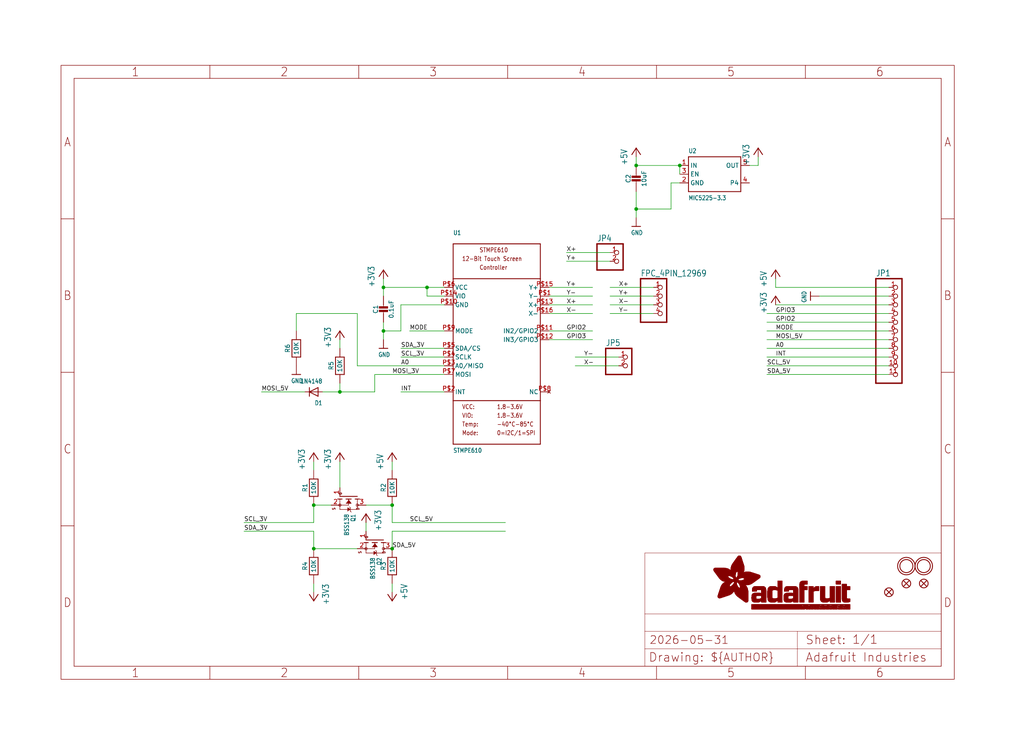
<source format=kicad_sch>
(kicad_sch (version 20230121) (generator eeschema)
  (paper "User" 298.45 217.322)
  (lib_symbols
    (symbol "working-eagle-import:+3V3" (power)
      (property "Value" "+3V3" (at -2.54 -5.08 90))
      (symbol "+3V3_1_0"
        (pin power_in line (at 0 -2.54 90) (length 2.54) (name "+3V3") (number "1"))
      )
    )
    (symbol "working-eagle-import:+5V" (power)
      (property "Value" "+5V" (at -2.54 -5.08 90))
      (symbol "+5V_1_0"
        (pin power_in line (at 0 -2.54 90) (length 2.54) (name "+5V") (number "1"))
      )
    )
    (symbol "working-eagle-import:CAP_CERAMIC0805-NOOUTLINE"
      (property "Reference" "C" (at -2.29 1.25 90))
      (symbol "CAP_CERAMIC0805-NOOUTLINE_1_0"
        (pin passive line (at 0 5.08 270) (length 2.54) (name "1") (number "1"))
        (pin passive line (at 0 -2.54 90) (length 2.54) (name "2") (number "2"))
      )
    )
    (symbol "working-eagle-import:DIODESOD-323F"
      (property "Reference" "D" (at -2.54 2.54 0))
      (symbol "DIODESOD-323F_1_0"
        (pin passive line (at -2.54 0 0) (length 2.54) (name "A") (number "A"))
        (pin passive line (at 2.54 0 180) (length 2.54) (name "C") (number "C"))
      )
    )
    (symbol "working-eagle-import:FIDUCIAL{dblquote}{dblquote}")
    (symbol "working-eagle-import:FPC_4PIN_12969"
      (symbol "FPC_4PIN_12969_1_0"
        (pin passive inverted (at -2.54 -2.54 0) (length 2.54) (name "4") (number "1"))
        (pin passive inverted (at -2.54 0 0) (length 2.54) (name "3") (number "2"))
        (pin passive inverted (at -2.54 2.54 0) (length 2.54) (name "2") (number "3"))
        (pin passive inverted (at -2.54 5.08 0) (length 2.54) (name "1") (number "4"))
      )
    )
    (symbol "working-eagle-import:FRAME_A4_ADAFRUIT"
      (symbol "FRAME_A4_ADAFRUIT_1_0"
        (text "${#}/${##}" (at 230.505 10.16 0) (effects (font (size 2.54 2.54)) (justify left bottom)))
        (text "${AUTHOR}" (at 189.23 5.08 0) (effects (font (size 2.286 2.286)) (justify left bottom)))
        (text "${CURRENT_DATE}" (at 171.45 10.16 0) (effects (font (size 2.286 2.286)) (justify left bottom)))
        (text "${PROJECTNAME}" (at 171.45 15.24 0) (effects (font (size 2.54 2.54)) (justify left bottom)))
        (text "1" (at 21.6958 1.905 0) (effects (font (size 2.54 2.286))))
        (text "1" (at 21.6958 177.165 0) (effects (font (size 2.54 2.286))))
        (text "2" (at 65.0875 1.905 0) (effects (font (size 2.54 2.286))))
        (text "2" (at 65.0875 177.165 0) (effects (font (size 2.54 2.286))))
        (text "3" (at 108.4792 1.905 0) (effects (font (size 2.54 2.286))))
        (text "3" (at 108.4792 177.165 0) (effects (font (size 2.54 2.286))))
        (text "4" (at 151.8708 1.905 0) (effects (font (size 2.54 2.286))))
        (text "4" (at 151.8708 177.165 0) (effects (font (size 2.54 2.286))))
        (text "5" (at 195.2625 1.905 0) (effects (font (size 2.54 2.286))))
        (text "5" (at 195.2625 177.165 0) (effects (font (size 2.54 2.286))))
        (text "6" (at 238.6542 1.905 0) (effects (font (size 2.54 2.286))))
        (text "6" (at 238.6542 177.165 0) (effects (font (size 2.54 2.286))))
        (text "A" (at 1.905 156.6863 0) (effects (font (size 2.54 2.286))))
        (text "A" (at 258.445 156.6863 0) (effects (font (size 2.54 2.286))))
        (text "Adafruit Industries" (at 216.916 4.953 0) (effects (font (size 2.54 2.54)) (justify left bottom)))
        (text "B" (at 1.905 111.9188 0) (effects (font (size 2.54 2.286))))
        (text "B" (at 258.445 111.9188 0) (effects (font (size 2.54 2.286))))
        (text "C" (at 1.905 67.1513 0) (effects (font (size 2.54 2.286))))
        (text "C" (at 258.445 67.1513 0) (effects (font (size 2.54 2.286))))
        (text "D" (at 1.905 22.3838 0) (effects (font (size 2.54 2.286))))
        (text "D" (at 258.445 22.3838 0) (effects (font (size 2.54 2.286))))
        (text "Drawing:" (at 171.196 4.953 0) (effects (font (size 2.54 2.54)) (justify left bottom)))
        (text "Sheet:" (at 216.916 10.033 0) (effects (font (size 2.54 2.54)) (justify left bottom)))
      )
    )
    (symbol "working-eagle-import:GND" (power)
      (property "Value" "GND" (at -1.524 -2.54 0))
      (symbol "GND_1_0"
        (pin power_in line (at 0 2.54 270) (length 2.54) (name "GND") (number "1"))
      )
    )
    (symbol "working-eagle-import:HEADER-1X11"
      (property "Reference" "JP" (at -6.35 15.875 0))
      (symbol "HEADER-1X11_1_0"
        (pin passive inverted (at -2.54 12.7 0) (length 2.54) (name "1") (number "1"))
        (pin passive inverted (at -2.54 -10.16 0) (length 2.54) (name "10") (number "10"))
        (pin passive inverted (at -2.54 -12.7 0) (length 2.54) (name "11") (number "11"))
        (pin passive inverted (at -2.54 10.16 0) (length 2.54) (name "2") (number "2"))
        (pin passive inverted (at -2.54 7.62 0) (length 2.54) (name "3") (number "3"))
        (pin passive inverted (at -2.54 5.08 0) (length 2.54) (name "4") (number "4"))
        (pin passive inverted (at -2.54 2.54 0) (length 2.54) (name "5") (number "5"))
        (pin passive inverted (at -2.54 0 0) (length 2.54) (name "6") (number "6"))
        (pin passive inverted (at -2.54 -2.54 0) (length 2.54) (name "7") (number "7"))
        (pin passive inverted (at -2.54 -5.08 0) (length 2.54) (name "8") (number "8"))
        (pin passive inverted (at -2.54 -7.62 0) (length 2.54) (name "9") (number "9"))
      )
    )
    (symbol "working-eagle-import:HEADER-1X2ROUND"
      (property "Reference" "JP" (at -6.35 5.715 0))
      (symbol "HEADER-1X2ROUND_1_0"
        (pin passive inverted (at -2.54 2.54 0) (length 2.54) (name "1") (number "1"))
        (pin passive inverted (at -2.54 0 0) (length 2.54) (name "2") (number "2"))
      )
    )
    (symbol "working-eagle-import:MOSFET-NREFLOW"
      (property "Reference" "Q" (at 5.08 0.635 0))
      (symbol "MOSFET-NREFLOW_1_0"
        (text "D" (at 3.175 3.175 0) (effects (font (size 0.8128 0.6908)) (justify left bottom)))
        (text "G" (at -1.27 -1.905 0) (effects (font (size 0.8128 0.6908)) (justify left bottom)))
        (text "S" (at 3.175 -3.81 0) (effects (font (size 0.8128 0.6908)) (justify left bottom)))
        (pin bidirectional line (at -2.54 -2.54 0) (length 2.54) (name "G") (number "1"))
        (pin bidirectional line (at 2.54 -5.08 90) (length 2.54) (name "S") (number "2"))
        (pin bidirectional line (at 2.54 5.08 270) (length 2.54) (name "D") (number "3"))
      )
    )
    (symbol "working-eagle-import:MOUNTINGHOLE2.5")
    (symbol "working-eagle-import:RESISTOR0805_NOOUTLINE"
      (property "Reference" "R" (at 0 2.54 0))
      (symbol "RESISTOR0805_NOOUTLINE_1_0"
        (pin passive line (at -5.08 0 0) (length 2.54) (name "1") (number "1"))
        (pin passive line (at 5.08 0 180) (length 2.54) (name "2") (number "2"))
      )
    )
    (symbol "working-eagle-import:STMPE610"
      (property "Reference" "U" (at -12.7 33.02 0))
      (symbol "STMPE610_1_0"
        (text "-40°C-85°C" (at 0 -22.86 0) (effects (font (size 1.27 1.0795)) (justify left bottom)))
        (text "0=I2C/1=SPI" (at 0 -25.4 0) (effects (font (size 1.27 1.0795)) (justify left bottom)))
        (text "1.8-3.6V" (at 0 -20.32 0) (effects (font (size 1.27 1.0795)) (justify left bottom)))
        (text "1.8-3.6V" (at 0 -17.78 0) (effects (font (size 1.27 1.0795)) (justify left bottom)))
        (text "12-Bit Touch Screen" (at -10.16 25.4 0) (effects (font (size 1.27 1.0795)) (justify left bottom)))
        (text "Controller" (at -5.08 22.86 0) (effects (font (size 1.27 1.0795)) (justify left bottom)))
        (text "Mode:" (at -10.16 -25.4 0) (effects (font (size 1.27 1.0795)) (justify left bottom)))
        (text "STMPE610" (at -5.08 27.94 0) (effects (font (size 1.27 1.0795)) (justify left bottom)))
        (text "Temp:" (at -10.16 -22.86 0) (effects (font (size 1.27 1.0795)) (justify left bottom)))
        (text "VCC:" (at -10.16 -17.78 0) (effects (font (size 1.27 1.0795)) (justify left bottom)))
        (text "VIO:" (at -10.16 -20.32 0) (effects (font (size 1.27 1.0795)) (justify left bottom)))
        (pin input line (at 15.24 15.24 180) (length 2.54) (name "Y-") (number "P$1"))
        (pin power_in line (at -15.24 12.7 0) (length 2.54) (name "GND") (number "P$10"))
        (pin bidirectional line (at 15.24 5.08 180) (length 2.54) (name "IN2/GPIO2") (number "P$11"))
        (pin bidirectional line (at 15.24 2.54 180) (length 2.54) (name "IN3/GPIO3") (number "P$12"))
        (pin input line (at 15.24 12.7 180) (length 2.54) (name "X+") (number "P$13"))
        (pin power_in line (at -15.24 15.24 0) (length 2.54) (name "VIO") (number "P$14"))
        (pin input line (at 15.24 17.78 180) (length 2.54) (name "Y+") (number "P$15"))
        (pin input line (at 15.24 10.16 180) (length 2.54) (name "X-") (number "P$16"))
        (pin output line (at -15.24 -12.7 0) (length 2.54) (name "INT") (number "P$2"))
        (pin bidirectional line (at -15.24 -5.08 0) (length 2.54) (name "A0/MISO") (number "P$3"))
        (pin bidirectional line (at -15.24 -2.54 0) (length 2.54) (name "SCLK") (number "P$4"))
        (pin bidirectional line (at -15.24 0 0) (length 2.54) (name "SDA/CS") (number "P$5"))
        (pin power_in line (at -15.24 17.78 0) (length 2.54) (name "VCC") (number "P$6"))
        (pin input line (at -15.24 -7.62 0) (length 2.54) (name "MOSI") (number "P$7"))
        (pin no_connect line (at 15.24 -12.7 180) (length 2.54) (name "NC") (number "P$8"))
        (pin input line (at -15.24 5.08 0) (length 2.54) (name "MODE") (number "P$9"))
      )
    )
    (symbol "working-eagle-import:VREG_SOT23-5"
      (property "Reference" "U" (at -7.62 6.096 0))
      (symbol "VREG_SOT23-5_1_0"
        (pin power_in line (at -10.16 2.54 0) (length 2.54) (name "IN") (number "1"))
        (pin power_in line (at -10.16 -2.54 0) (length 2.54) (name "GND") (number "2"))
        (pin input line (at -10.16 0 0) (length 2.54) (name "EN") (number "3"))
        (pin bidirectional line (at 10.16 -2.54 180) (length 2.54) (name "P4") (number "4"))
        (pin power_in line (at 10.16 2.54 180) (length 2.54) (name "OUT") (number "5"))
      )
    )
  )
  (junction (at 185.42 60.96))
  (junction (at 99.06 114.3))
  (junction (at 114.3 147.32))
  (junction (at 114.3 160.02))
  (junction (at 111.76 96.52))
  (junction (at 124.46 83.82))
  (junction (at 91.44 160.02))
  (junction (at 91.44 147.32))
  (junction (at 198.12 48.26))
  (junction (at 185.42 48.26))
  (junction (at 111.76 83.82))
  (wire (pts (xy 226.06 83.82) (xy 259.08 83.82)) (stroke (width 0.1524)))
  (wire (pts (xy 99.06 114.3) (xy 99.06 111.76)) (stroke (width 0.1524)))
  (wire (pts (xy 99.06 101.6) (xy 99.06 99.06)) (stroke (width 0.1524)))
  (wire (pts (xy 99.06 142.24) (xy 99.06 134.62)) (stroke (width 0.1524)))
  (wire (pts (xy 226.06 81.28) (xy 226.06 83.82)) (stroke (width 0.1524)))
  (wire (pts (xy 195.58 53.34) (xy 195.58 60.96)) (stroke (width 0.1524)))
  (wire (pts (xy 104.14 106.68) (xy 129.54 106.68)) (stroke (width 0.1524)))
  (wire (pts (xy 91.44 152.4) (xy 91.44 147.32)) (stroke (width 0.1524)))
  (wire (pts (xy 91.44 147.32) (xy 96.52 147.32)) (stroke (width 0.1524)))
  (wire (pts (xy 223.52 104.14) (xy 259.08 104.14)) (stroke (width 0.1524)))
  (wire (pts (xy 198.12 48.26) (xy 185.42 48.26)) (stroke (width 0.1524)))
  (wire (pts (xy 223.52 101.6) (xy 259.08 101.6)) (stroke (width 0.1524)))
  (wire (pts (xy 198.12 53.34) (xy 195.58 53.34)) (stroke (width 0.1524)))
  (wire (pts (xy 165.1 73.66) (xy 177.8 73.66)) (stroke (width 0.1524)))
  (wire (pts (xy 223.52 99.06) (xy 259.08 99.06)) (stroke (width 0.1524)))
  (wire (pts (xy 160.02 99.06) (xy 172.72 99.06)) (stroke (width 0.1524)))
  (wire (pts (xy 195.58 60.96) (xy 185.42 60.96)) (stroke (width 0.1524)))
  (wire (pts (xy 114.3 152.4) (xy 147.32 152.4)) (stroke (width 0.1524)))
  (wire (pts (xy 111.76 81.28) (xy 111.76 83.82)) (stroke (width 0.1524)))
  (wire (pts (xy 223.52 106.68) (xy 259.08 106.68)) (stroke (width 0.1524)))
  (wire (pts (xy 160.02 96.52) (xy 172.72 96.52)) (stroke (width 0.1524)))
  (wire (pts (xy 129.54 86.36) (xy 124.46 86.36)) (stroke (width 0.1524)))
  (wire (pts (xy 91.44 134.62) (xy 91.44 137.16)) (stroke (width 0.1524)))
  (wire (pts (xy 223.52 96.52) (xy 259.08 96.52)) (stroke (width 0.1524)))
  (wire (pts (xy 109.22 109.22) (xy 109.22 114.3)) (stroke (width 0.1524)))
  (wire (pts (xy 116.84 96.52) (xy 111.76 96.52)) (stroke (width 0.1524)))
  (wire (pts (xy 160.02 88.9) (xy 172.72 88.9)) (stroke (width 0.1524)))
  (wire (pts (xy 160.02 91.44) (xy 172.72 91.44)) (stroke (width 0.1524)))
  (wire (pts (xy 185.42 45.72) (xy 185.42 48.26)) (stroke (width 0.1524)))
  (wire (pts (xy 129.54 109.22) (xy 109.22 109.22)) (stroke (width 0.1524)))
  (wire (pts (xy 116.84 88.9) (xy 116.84 96.52)) (stroke (width 0.1524)))
  (wire (pts (xy 111.76 96.52) (xy 111.76 99.06)) (stroke (width 0.1524)))
  (wire (pts (xy 190.5 86.36) (xy 177.8 86.36)) (stroke (width 0.1524)))
  (wire (pts (xy 185.42 60.96) (xy 185.42 63.5)) (stroke (width 0.1524)))
  (wire (pts (xy 185.42 60.96) (xy 185.42 55.88)) (stroke (width 0.1524)))
  (wire (pts (xy 190.5 83.82) (xy 177.8 83.82)) (stroke (width 0.1524)))
  (wire (pts (xy 129.54 104.14) (xy 116.84 104.14)) (stroke (width 0.1524)))
  (wire (pts (xy 91.44 152.4) (xy 71.12 152.4)) (stroke (width 0.1524)))
  (wire (pts (xy 223.52 91.44) (xy 259.08 91.44)) (stroke (width 0.1524)))
  (wire (pts (xy 104.14 91.44) (xy 104.14 106.68)) (stroke (width 0.1524)))
  (wire (pts (xy 86.36 91.44) (xy 104.14 91.44)) (stroke (width 0.1524)))
  (wire (pts (xy 147.32 154.94) (xy 114.3 154.94)) (stroke (width 0.1524)))
  (wire (pts (xy 111.76 93.98) (xy 111.76 96.52)) (stroke (width 0.1524)))
  (wire (pts (xy 160.02 86.36) (xy 172.72 86.36)) (stroke (width 0.1524)))
  (wire (pts (xy 129.54 88.9) (xy 116.84 88.9)) (stroke (width 0.1524)))
  (wire (pts (xy 220.98 48.26) (xy 220.98 45.72)) (stroke (width 0.1524)))
  (wire (pts (xy 124.46 86.36) (xy 124.46 83.82)) (stroke (width 0.1524)))
  (wire (pts (xy 88.9 114.3) (xy 76.2 114.3)) (stroke (width 0.1524)))
  (wire (pts (xy 160.02 83.82) (xy 172.72 83.82)) (stroke (width 0.1524)))
  (wire (pts (xy 129.54 114.3) (xy 116.84 114.3)) (stroke (width 0.1524)))
  (wire (pts (xy 198.12 50.8) (xy 198.12 48.26)) (stroke (width 0.1524)))
  (wire (pts (xy 91.44 172.72) (xy 91.44 170.18)) (stroke (width 0.1524)))
  (wire (pts (xy 114.3 160.02) (xy 114.3 154.94)) (stroke (width 0.1524)))
  (wire (pts (xy 129.54 101.6) (xy 116.84 101.6)) (stroke (width 0.1524)))
  (wire (pts (xy 106.68 152.4) (xy 106.68 154.94)) (stroke (width 0.1524)))
  (wire (pts (xy 71.12 154.94) (xy 91.44 154.94)) (stroke (width 0.1524)))
  (wire (pts (xy 124.46 83.82) (xy 111.76 83.82)) (stroke (width 0.1524)))
  (wire (pts (xy 129.54 83.82) (xy 124.46 83.82)) (stroke (width 0.1524)))
  (wire (pts (xy 114.3 134.62) (xy 114.3 137.16)) (stroke (width 0.1524)))
  (wire (pts (xy 226.06 88.9) (xy 259.08 88.9)) (stroke (width 0.1524)))
  (wire (pts (xy 167.64 106.68) (xy 180.34 106.68)) (stroke (width 0.1524)))
  (wire (pts (xy 109.22 114.3) (xy 99.06 114.3)) (stroke (width 0.1524)))
  (wire (pts (xy 86.36 96.52) (xy 86.36 91.44)) (stroke (width 0.1524)))
  (wire (pts (xy 114.3 172.72) (xy 114.3 170.18)) (stroke (width 0.1524)))
  (wire (pts (xy 91.44 160.02) (xy 91.44 154.94)) (stroke (width 0.1524)))
  (wire (pts (xy 93.98 114.3) (xy 99.06 114.3)) (stroke (width 0.1524)))
  (wire (pts (xy 114.3 147.32) (xy 114.3 152.4)) (stroke (width 0.1524)))
  (wire (pts (xy 106.68 147.32) (xy 114.3 147.32)) (stroke (width 0.1524)))
  (wire (pts (xy 218.44 48.26) (xy 220.98 48.26)) (stroke (width 0.1524)))
  (wire (pts (xy 177.8 88.9) (xy 190.5 88.9)) (stroke (width 0.1524)))
  (wire (pts (xy 167.64 104.14) (xy 180.34 104.14)) (stroke (width 0.1524)))
  (wire (pts (xy 111.76 83.82) (xy 111.76 86.36)) (stroke (width 0.1524)))
  (wire (pts (xy 190.5 91.44) (xy 177.8 91.44)) (stroke (width 0.1524)))
  (wire (pts (xy 165.1 76.2) (xy 177.8 76.2)) (stroke (width 0.1524)))
  (wire (pts (xy 223.52 93.98) (xy 259.08 93.98)) (stroke (width 0.1524)))
  (wire (pts (xy 104.14 160.02) (xy 91.44 160.02)) (stroke (width 0.1524)))
  (wire (pts (xy 223.52 109.22) (xy 259.08 109.22)) (stroke (width 0.1524)))
  (wire (pts (xy 129.54 96.52) (xy 119.38 96.52)) (stroke (width 0.1524)))
  (wire (pts (xy 238.76 86.36) (xy 259.08 86.36)) (stroke (width 0.1524)))
  (label "MOSI_3V" (at 114.3 109.22 0) (effects (font (size 1.2446 1.2446))))
  (label "SCL_3V" (at 116.84 104.14 0) (effects (font (size 1.2446 1.2446))))
  (label "SDA_3V" (at 71.12 154.94 0) (effects (font (size 1.2446 1.2446))))
  (label "SDA_5V" (at 114.3 160.02 0) (effects (font (size 1.2446 1.2446))))
  (label "X+" (at 180.34 83.82 0) (effects (font (size 1.2446 1.2446))))
  (label "Y+" (at 165.1 76.2 0) (effects (font (size 1.2446 1.2446))))
  (label "SDA_5V" (at 223.52 109.22 0) (effects (font (size 1.2446 1.2446))))
  (label "Y+" (at 180.34 86.36 0) (effects (font (size 1.2446 1.2446))))
  (label "MODE" (at 226.06 96.52 0) (effects (font (size 1.2446 1.2446))))
  (label "Y-" (at 170.18 104.14 0) (effects (font (size 1.2446 1.2446))))
  (label "GPIO3" (at 165.1 99.06 0) (effects (font (size 1.2446 1.2446))))
  (label "X-" (at 170.18 106.68 0) (effects (font (size 1.2446 1.2446))))
  (label "Y-" (at 165.1 86.36 0) (effects (font (size 1.2446 1.2446))))
  (label "X-" (at 165.1 91.44 0) (effects (font (size 1.2446 1.2446))))
  (label "MOSI_5V" (at 226.06 99.06 0) (effects (font (size 1.2446 1.2446))))
  (label "X+" (at 165.1 73.66 0) (effects (font (size 1.2446 1.2446))))
  (label "SCL_5V" (at 119.38 152.4 0) (effects (font (size 1.2446 1.2446))))
  (label "GPIO2" (at 226.06 93.98 0) (effects (font (size 1.2446 1.2446))))
  (label "Y-" (at 180.34 91.44 0) (effects (font (size 1.2446 1.2446))))
  (label "SDA_3V" (at 116.84 101.6 0) (effects (font (size 1.2446 1.2446))))
  (label "X+" (at 165.1 88.9 0) (effects (font (size 1.2446 1.2446))))
  (label "SCL_3V" (at 71.12 152.4 0) (effects (font (size 1.2446 1.2446))))
  (label "A0" (at 116.84 106.68 0) (effects (font (size 1.2446 1.2446))))
  (label "A0" (at 226.06 101.6 0) (effects (font (size 1.2446 1.2446))))
  (label "MOSI_5V" (at 76.2 114.3 0) (effects (font (size 1.2446 1.2446))))
  (label "Y+" (at 165.1 83.82 0) (effects (font (size 1.2446 1.2446))))
  (label "GPIO3" (at 226.06 91.44 0) (effects (font (size 1.2446 1.2446))))
  (label "INT" (at 116.84 114.3 0) (effects (font (size 1.2446 1.2446))))
  (label "GPIO2" (at 165.1 96.52 0) (effects (font (size 1.2446 1.2446))))
  (label "SCL_5V" (at 223.52 106.68 0) (effects (font (size 1.2446 1.2446))))
  (label "MODE" (at 119.38 96.52 0) (effects (font (size 1.2446 1.2446))))
  (label "X-" (at 180.34 88.9 0) (effects (font (size 1.2446 1.2446))))
  (label "INT" (at 226.06 104.14 0) (effects (font (size 1.2446 1.2446))))
  (symbol (lib_id "working-eagle-import:CAP_CERAMIC0805-NOOUTLINE") (at 185.42 53.34 0) (unit 1)
    (property "Reference" "C2" (at 183.13 52.09 90))
    (property "Value" "10uF" (at 187.72 52.09 90))
    (property "Footprint" "working:0805-NO" (effects hide))
  )
  (symbol (lib_id "working-eagle-import:FRAME_A4_ADAFRUIT") (at 17.78 198.12 0) (unit 1)
    (property "Reference" "#U$1" (effects hide))
    (property "Value" "FRAME_A4_ADAFRUIT" (effects hide))
  )
  (symbol (lib_id "working-eagle-import:GND") (at 111.76 101.6 0) (unit 1)
    (property "Reference" "#U$3" (effects hide))
    (property "Value" "GND" (at 110.236 104.14 0) (effects (font (size 1.27 1.0795)) (justify left bottom)))
  )
  (symbol (lib_id "working-eagle-import:FIDUCIAL{dblquote}{dblquote}") (at 269.24 170.18 0) (unit 1)
    (property "Reference" "FID1" (effects hide))
    (property "Value" "FIDUCIAL{dblquote}{dblquote}" (effects hide))
    (property "Footprint" "working:FIDUCIAL_1MM" (effects hide))
  )
  (symbol (lib_id "working-eagle-import:RESISTOR0805_NOOUTLINE") (at 114.3 165.1 90) (unit 1)
    (property "Reference" "R3" (at 111.76 165.1 0))
    (property "Value" "10K" (at 114.3 165.1 0))
    (property "Footprint" "working:0805-NO" (effects hide))
  )
  (symbol (lib_id "working-eagle-import:+3V3") (at 111.76 78.74 0) (unit 1)
    (property "Reference" "#+3V1" (effects hide))
    (property "Value" "+3V3" (at 109.22 83.82 90) (effects (font (size 1.778 1.5113)) (justify left bottom)))
  )
  (symbol (lib_id "working-eagle-import:+3V3") (at 91.44 175.26 180) (unit 1)
    (property "Reference" "#+3V5" (effects hide))
    (property "Value" "+3V3" (at 93.98 170.18 90) (effects (font (size 1.778 1.5113)) (justify left bottom)))
  )
  (symbol (lib_id "working-eagle-import:HEADER-1X2ROUND") (at 180.34 76.2 0) (unit 1)
    (property "Reference" "JP4" (at 173.99 70.485 0) (effects (font (size 1.778 1.5113)) (justify left bottom)))
    (property "Value" "HEADER-1X2ROUND" (effects hide))
    (property "Footprint" "working:1X02_ROUND" (effects hide))
  )
  (symbol (lib_id "working-eagle-import:+5V") (at 185.42 43.18 0) (unit 1)
    (property "Reference" "#P+5" (effects hide))
    (property "Value" "+5V" (at 182.88 48.26 90) (effects (font (size 1.778 1.5113)) (justify left bottom)))
  )
  (symbol (lib_id "working-eagle-import:MOSFET-NREFLOW") (at 109.22 157.48 270) (unit 1)
    (property "Reference" "Q2" (at 109.855 162.56 0) (effects (font (size 1.27 1.0795)) (justify left bottom)))
    (property "Value" "BSS138" (at 107.95 162.56 0) (effects (font (size 1.27 1.0795)) (justify left bottom)))
    (property "Footprint" "working:SOT23" (effects hide))
  )
  (symbol (lib_id "working-eagle-import:FIDUCIAL{dblquote}{dblquote}") (at 264.16 170.18 0) (unit 1)
    (property "Reference" "FID2" (effects hide))
    (property "Value" "FIDUCIAL{dblquote}{dblquote}" (effects hide))
    (property "Footprint" "working:FIDUCIAL_1MM" (effects hide))
  )
  (symbol (lib_id "working-eagle-import:CAP_CERAMIC0805-NOOUTLINE") (at 111.76 91.44 0) (unit 1)
    (property "Reference" "C1" (at 109.47 90.19 90))
    (property "Value" "0.1uF" (at 114.06 90.19 90))
    (property "Footprint" "working:0805-NO" (effects hide))
  )
  (symbol (lib_id "working-eagle-import:RESISTOR0805_NOOUTLINE") (at 114.3 142.24 90) (unit 1)
    (property "Reference" "R2" (at 111.76 142.24 0))
    (property "Value" "10K" (at 114.3 142.24 0))
    (property "Footprint" "working:0805-NO" (effects hide))
  )
  (symbol (lib_id "working-eagle-import:MOUNTINGHOLE2.5") (at 264.16 165.1 0) (unit 1)
    (property "Reference" "U$5" (effects hide))
    (property "Value" "MOUNTINGHOLE2.5" (effects hide))
    (property "Footprint" "working:MOUNTINGHOLE_2.5_PLATED" (effects hide))
  )
  (symbol (lib_id "working-eagle-import:VREG_SOT23-5") (at 208.28 50.8 0) (unit 1)
    (property "Reference" "U2" (at 200.66 44.704 0) (effects (font (size 1.27 1.0795)) (justify left bottom)))
    (property "Value" "MIC5225-3.3" (at 200.66 58.42 0) (effects (font (size 1.27 1.0795)) (justify left bottom)))
    (property "Footprint" "working:SOT23-5" (effects hide))
  )
  (symbol (lib_id "working-eagle-import:DIODESOD-323F") (at 91.44 114.3 180) (unit 1)
    (property "Reference" "D1" (at 93.98 116.84 0) (effects (font (size 1.27 1.0795)) (justify left bottom)))
    (property "Value" "1N4148" (at 93.98 110.49 0) (effects (font (size 1.27 1.0795)) (justify left bottom)))
    (property "Footprint" "working:SOD-323F" (effects hide))
  )
  (symbol (lib_id "working-eagle-import:RESISTOR0805_NOOUTLINE") (at 99.06 106.68 90) (unit 1)
    (property "Reference" "R5" (at 96.52 106.68 0))
    (property "Value" "10K" (at 99.06 106.68 0))
    (property "Footprint" "working:0805-NO" (effects hide))
  )
  (symbol (lib_id "working-eagle-import:HEADER-1X2ROUND") (at 182.88 106.68 0) (unit 1)
    (property "Reference" "JP5" (at 176.53 100.965 0) (effects (font (size 1.778 1.5113)) (justify left bottom)))
    (property "Value" "HEADER-1X2ROUND" (effects hide))
    (property "Footprint" "working:1X02_ROUND" (effects hide))
  )
  (symbol (lib_id "working-eagle-import:+5V") (at 114.3 132.08 0) (unit 1)
    (property "Reference" "#P+3" (effects hide))
    (property "Value" "+5V" (at 111.76 137.16 90) (effects (font (size 1.778 1.5113)) (justify left bottom)))
  )
  (symbol (lib_id "working-eagle-import:RESISTOR0805_NOOUTLINE") (at 91.44 165.1 90) (unit 1)
    (property "Reference" "R4" (at 88.9 165.1 0))
    (property "Value" "10K" (at 91.44 165.1 0))
    (property "Footprint" "working:0805-NO" (effects hide))
  )
  (symbol (lib_id "working-eagle-import:MOUNTINGHOLE2.5") (at 269.24 165.1 0) (unit 1)
    (property "Reference" "U$4" (effects hide))
    (property "Value" "MOUNTINGHOLE2.5" (effects hide))
    (property "Footprint" "working:MOUNTINGHOLE_2.5_PLATED" (effects hide))
  )
  (symbol (lib_id "working-eagle-import:FIDUCIAL{dblquote}{dblquote}") (at 259.08 172.72 0) (unit 1)
    (property "Reference" "FID3" (effects hide))
    (property "Value" "FIDUCIAL{dblquote}{dblquote}" (effects hide))
    (property "Footprint" "working:FIDUCIAL_1MM" (effects hide))
    (property "BOM" "EXCLUDE" (effects hide))
  )
  (symbol (lib_id "working-eagle-import:GND") (at 236.22 86.36 270) (unit 1)
    (property "Reference" "#U$11" (effects hide))
    (property "Value" "GND" (at 233.68 84.836 0) (effects (font (size 1.27 1.0795)) (justify left bottom)))
  )
  (symbol (lib_id "working-eagle-import:+3V3") (at 91.44 132.08 0) (unit 1)
    (property "Reference" "#+3V4" (effects hide))
    (property "Value" "+3V3" (at 88.9 137.16 90) (effects (font (size 1.778 1.5113)) (justify left bottom)))
  )
  (symbol (lib_id "working-eagle-import:+3V3") (at 99.06 132.08 0) (unit 1)
    (property "Reference" "#+3V2" (effects hide))
    (property "Value" "+3V3" (at 96.52 137.16 90) (effects (font (size 1.778 1.5113)) (justify left bottom)))
  )
  (symbol (lib_id "working-eagle-import:+3V3") (at 220.98 43.18 0) (unit 1)
    (property "Reference" "#+3V6" (effects hide))
    (property "Value" "+3V3" (at 218.44 48.26 90) (effects (font (size 1.778 1.5113)) (justify left bottom)))
  )
  (symbol (lib_id "working-eagle-import:RESISTOR0805_NOOUTLINE") (at 86.36 101.6 90) (unit 1)
    (property "Reference" "R6" (at 83.82 101.6 0))
    (property "Value" "10K" (at 86.36 101.6 0))
    (property "Footprint" "working:0805-NO" (effects hide))
  )
  (symbol (lib_id "working-eagle-import:+3V3") (at 99.06 96.52 0) (unit 1)
    (property "Reference" "#+3V7" (effects hide))
    (property "Value" "+3V3" (at 96.52 101.6 90) (effects (font (size 1.778 1.5113)) (justify left bottom)))
  )
  (symbol (lib_id "working-eagle-import:GND") (at 86.36 109.22 0) (unit 1)
    (property "Reference" "#U$9" (effects hide))
    (property "Value" "GND" (at 84.836 111.76 0) (effects (font (size 1.27 1.0795)) (justify left bottom)))
  )
  (symbol (lib_id "working-eagle-import:STMPE610") (at 144.78 101.6 0) (unit 1)
    (property "Reference" "U1" (at 132.08 68.58 0) (effects (font (size 1.27 1.0795)) (justify left bottom)))
    (property "Value" "STMPE610" (at 132.08 132.08 0) (effects (font (size 1.27 1.0795)) (justify left bottom)))
    (property "Footprint" "working:QFN16_3MM" (effects hide))
  )
  (symbol (lib_id "working-eagle-import:MOSFET-NREFLOW") (at 101.6 144.78 270) (unit 1)
    (property "Reference" "Q1" (at 102.235 149.86 0) (effects (font (size 1.27 1.0795)) (justify left bottom)))
    (property "Value" "BSS138" (at 100.33 149.86 0) (effects (font (size 1.27 1.0795)) (justify left bottom)))
    (property "Footprint" "working:SOT23" (effects hide))
  )
  (symbol (lib_id "working-eagle-import:HEADER-1X11") (at 261.62 96.52 0) (unit 1)
    (property "Reference" "JP1" (at 255.27 80.645 0) (effects (font (size 1.778 1.5113)) (justify left bottom)))
    (property "Value" "HEADER-1X11" (effects hide))
    (property "Footprint" "working:1X11_ROUND" (effects hide))
  )
  (symbol (lib_id "working-eagle-import:RESISTOR0805_NOOUTLINE") (at 91.44 142.24 90) (unit 1)
    (property "Reference" "R1" (at 88.9 142.24 0))
    (property "Value" "10K" (at 91.44 142.24 0))
    (property "Footprint" "working:0805-NO" (effects hide))
  )
  (symbol (lib_id "working-eagle-import:+3V3") (at 226.06 86.36 0) (unit 1)
    (property "Reference" "#+3V8" (effects hide))
    (property "Value" "+3V3" (at 223.52 91.44 90) (effects (font (size 1.778 1.5113)) (justify left bottom)))
  )
  (symbol (lib_id "working-eagle-import:+3V3") (at 106.68 149.86 0) (mirror y) (unit 1)
    (property "Reference" "#+3V3" (effects hide))
    (property "Value" "+3V3" (at 109.22 154.94 90) (effects (font (size 1.778 1.5113)) (justify left bottom)))
  )
  (symbol (lib_id "working-eagle-import:FPC_4PIN_12969") (at 193.04 86.36 0) (mirror x) (unit 1)
    (property "Reference" "U$7" (effects hide))
    (property "Value" "FPC_4PIN_12969" (at 186.69 78.74 0) (effects (font (size 1.778 1.5113)) (justify left bottom)))
    (property "Footprint" "working:FPC_CONN_1MM_DUAL_4P" (effects hide))
  )
  (symbol (lib_id "working-eagle-import:GND") (at 185.42 66.04 0) (unit 1)
    (property "Reference" "#U$13" (effects hide))
    (property "Value" "GND" (at 183.896 68.58 0) (effects (font (size 1.27 1.0795)) (justify left bottom)))
  )
  (symbol (lib_id "working-eagle-import:+5V") (at 114.3 175.26 180) (unit 1)
    (property "Reference" "#P+4" (effects hide))
    (property "Value" "+5V" (at 116.84 170.18 90) (effects (font (size 1.778 1.5113)) (justify left bottom)))
  )
  (symbol (lib_id "working-eagle-import:+5V") (at 226.06 78.74 0) (unit 1)
    (property "Reference" "#P+2" (effects hide))
    (property "Value" "+5V" (at 223.52 83.82 90) (effects (font (size 1.778 1.5113)) (justify left bottom)))
  )
)
</source>
